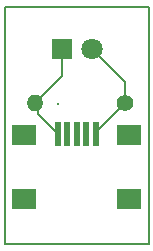
<source format=gbr>
%TF.GenerationSoftware,KiCad,Pcbnew,8.0.2*%
%TF.CreationDate,2024-05-26T17:51:25+02:00*%
%TF.ProjectId,bom test,626f6d20-7465-4737-942e-6b696361645f,rev?*%
%TF.SameCoordinates,Original*%
%TF.FileFunction,Copper,L1,Top*%
%TF.FilePolarity,Positive*%
%FSLAX46Y46*%
G04 Gerber Fmt 4.6, Leading zero omitted, Abs format (unit mm)*
G04 Created by KiCad (PCBNEW 8.0.2) date 2024-05-26 17:51:25*
%MOMM*%
%LPD*%
G01*
G04 APERTURE LIST*
%TA.AperFunction,NonConductor*%
%ADD10C,0.200000*%
%TD*%
%TA.AperFunction,ComponentPad*%
%ADD11C,1.400000*%
%TD*%
%TA.AperFunction,ComponentPad*%
%ADD12O,1.400000X1.400000*%
%TD*%
%TA.AperFunction,ComponentPad*%
%ADD13R,1.800000X1.800000*%
%TD*%
%TA.AperFunction,ComponentPad*%
%ADD14C,1.800000*%
%TD*%
%TA.AperFunction,SMDPad,CuDef*%
%ADD15R,0.500000X2.000000*%
%TD*%
%TA.AperFunction,SMDPad,CuDef*%
%ADD16R,2.000000X1.700000*%
%TD*%
%TA.AperFunction,Conductor*%
%ADD17C,0.200000*%
%TD*%
G04 APERTURE END LIST*
D10*
X104394000Y-85344000D02*
X116586000Y-85344000D01*
X116586000Y-105410000D01*
X104394000Y-105410000D01*
X104394000Y-85344000D01*
D11*
%TO.P,REF\u002A\u002A,1*%
%TO.N,N/C*%
X114554000Y-93472000D03*
D12*
%TO.P,REF\u002A\u002A,2*%
X106934000Y-93472000D03*
%TD*%
D13*
%TO.P,REF\u002A\u002A,1*%
%TO.N,N/C*%
X109220000Y-88900000D03*
D14*
%TO.P,REF\u002A\u002A,2*%
X111760000Y-88900000D03*
%TD*%
D15*
%TO.P,REF\u002A\u002A,1*%
%TO.N,N/C*%
X108890000Y-96106000D03*
%TO.P,REF\u002A\u002A,2*%
X109690000Y-96106000D03*
%TO.P,REF\u002A\u002A,3*%
X110490000Y-96106000D03*
%TO.P,REF\u002A\u002A,4*%
X111290000Y-96106000D03*
%TO.P,REF\u002A\u002A,5*%
X112090000Y-96106000D03*
D16*
%TO.P,REF\u002A\u002A,6*%
X106040000Y-96206000D03*
X106040000Y-101656000D03*
X114940000Y-96206000D03*
X114940000Y-101656000D03*
%TD*%
D17*
%TO.N,*%
X107188000Y-94404000D02*
X108890000Y-96106000D01*
X107188000Y-93726000D02*
X107188000Y-94404000D01*
X106934000Y-93472000D02*
X107188000Y-93726000D01*
X109220000Y-91186000D02*
X106934000Y-93472000D01*
X109220000Y-88900000D02*
X109220000Y-91186000D01*
X114554000Y-91694000D02*
X111760000Y-88900000D01*
X114554000Y-93472000D02*
X114554000Y-91694000D01*
X112090000Y-95936000D02*
X114554000Y-93472000D01*
X112090000Y-96106000D02*
X112090000Y-95936000D01*
X112268000Y-95928000D02*
X112090000Y-96106000D01*
X108890000Y-93548000D02*
X108966000Y-93472000D01*
%TD*%
M02*

</source>
